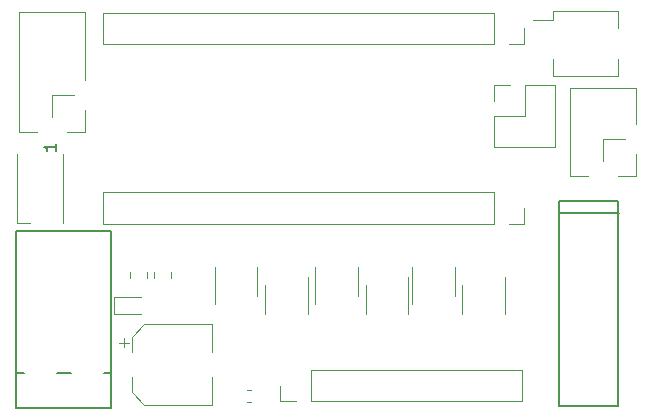
<source format=gbr>
G04 #@! TF.GenerationSoftware,KiCad,Pcbnew,5.1.2-f72e74a~84~ubuntu18.04.1*
G04 #@! TF.CreationDate,2019-09-23T02:40:17+02:00*
G04 #@! TF.ProjectId,board,626f6172-642e-46b6-9963-61645f706362,rev?*
G04 #@! TF.SameCoordinates,Original*
G04 #@! TF.FileFunction,Legend,Top*
G04 #@! TF.FilePolarity,Positive*
%FSLAX46Y46*%
G04 Gerber Fmt 4.6, Leading zero omitted, Abs format (unit mm)*
G04 Created by KiCad (PCBNEW 5.1.2-f72e74a~84~ubuntu18.04.1) date 2019-09-23 02:40:17*
%MOMM*%
%LPD*%
G04 APERTURE LIST*
%ADD10C,0.120000*%
%ADD11C,0.127000*%
%ADD12C,0.150000*%
G04 APERTURE END LIST*
D10*
X143148000Y-101836000D02*
X143148000Y-103166000D01*
X143148000Y-103166000D02*
X141818000Y-103166000D01*
X140548000Y-103166000D02*
X107468000Y-103166000D01*
X107468000Y-100506000D02*
X107468000Y-103166000D01*
X140548000Y-100506000D02*
X107468000Y-100506000D01*
X140548000Y-100506000D02*
X140548000Y-103166000D01*
X116710000Y-133710000D02*
X116710000Y-131360000D01*
X116710000Y-126890000D02*
X116710000Y-129240000D01*
X110954437Y-126890000D02*
X116710000Y-126890000D01*
X110954437Y-133710000D02*
X116710000Y-133710000D01*
X109890000Y-132645563D02*
X109890000Y-131360000D01*
X109890000Y-127954437D02*
X109890000Y-129240000D01*
X109890000Y-127954437D02*
X110954437Y-126890000D01*
X109890000Y-132645563D02*
X110954437Y-133710000D01*
X108862500Y-128452500D02*
X109650000Y-128452500D01*
X109256250Y-128058750D02*
X109256250Y-128846250D01*
X140548000Y-115706000D02*
X140548000Y-118366000D01*
X140548000Y-115706000D02*
X107468000Y-115706000D01*
X107468000Y-115706000D02*
X107468000Y-118366000D01*
X140548000Y-118366000D02*
X107468000Y-118366000D01*
X143148000Y-118366000D02*
X141818000Y-118366000D01*
X143148000Y-117036000D02*
X143148000Y-118366000D01*
X108415000Y-126035000D02*
X110700000Y-126035000D01*
X108415000Y-124565000D02*
X108415000Y-126035000D01*
X110700000Y-124565000D02*
X108415000Y-124565000D01*
D11*
X146053000Y-117502000D02*
X151133000Y-117502000D01*
X146093000Y-133782000D02*
X151093000Y-133782000D01*
X146093000Y-116462000D02*
X146093000Y-133782000D01*
X151093000Y-116462000D02*
X146093000Y-116462000D01*
X151093000Y-133782000D02*
X151093000Y-116462000D01*
D10*
X122470000Y-133430000D02*
X122470000Y-132100000D01*
X123800000Y-133430000D02*
X122470000Y-133430000D01*
X125070000Y-133430000D02*
X125070000Y-130770000D01*
X125070000Y-130770000D02*
X142910000Y-130770000D01*
X125070000Y-133430000D02*
X142910000Y-133430000D01*
X142910000Y-133430000D02*
X142910000Y-130770000D01*
X119971267Y-132490000D02*
X119628733Y-132490000D01*
X119971267Y-133510000D02*
X119628733Y-133510000D01*
D12*
X100140000Y-118992000D02*
X100140000Y-133992000D01*
X108140000Y-118992000D02*
X100140000Y-118992000D01*
X108140000Y-133992000D02*
X108140000Y-118992000D01*
X100140000Y-133992000D02*
X108140000Y-133992000D01*
X108140000Y-130992000D02*
X107540000Y-130992000D01*
X104740000Y-130992000D02*
X103540000Y-130992000D01*
X100140000Y-130992000D02*
X100740000Y-130992000D01*
D10*
X133645000Y-125150000D02*
X133645000Y-122020000D01*
X137245000Y-124480000D02*
X137245000Y-122020000D01*
X141500000Y-122900000D02*
X141500000Y-126030000D01*
X137900000Y-123570000D02*
X137900000Y-126030000D01*
X133300000Y-122900000D02*
X133300000Y-126030000D01*
X129700000Y-123570000D02*
X129700000Y-126030000D01*
X116950000Y-125150000D02*
X116950000Y-122020000D01*
X120550000Y-124480000D02*
X120550000Y-122020000D01*
X125450000Y-125150000D02*
X125450000Y-122020000D01*
X129050000Y-124480000D02*
X129050000Y-122020000D01*
X124800000Y-122900000D02*
X124800000Y-126030000D01*
X121200000Y-123570000D02*
X121200000Y-126030000D01*
X111790000Y-122491422D02*
X111790000Y-123008578D01*
X113210000Y-122491422D02*
X113210000Y-123008578D01*
X109790000Y-122491422D02*
X109790000Y-123008578D01*
X111210000Y-122491422D02*
X111210000Y-123008578D01*
X105924000Y-106172000D02*
X105924000Y-100487000D01*
X105924000Y-100487000D02*
X100324000Y-100487000D01*
X100324000Y-110587000D02*
X100324000Y-100487000D01*
X101854000Y-110587000D02*
X100324000Y-110587000D01*
X103124000Y-109312000D02*
X103124000Y-107442000D01*
X103124000Y-107442000D02*
X104994000Y-107442000D01*
X105924000Y-108712000D02*
X105924000Y-110587000D01*
X105924000Y-110587000D02*
X104394000Y-110587000D01*
X152600000Y-109965000D02*
X152600000Y-106850000D01*
X152600000Y-106850000D02*
X147000000Y-106850000D01*
X147000000Y-114350000D02*
X147000000Y-106850000D01*
X148530000Y-114350000D02*
X147000000Y-114350000D01*
X149800000Y-113105000D02*
X149800000Y-111235000D01*
X149800000Y-111235000D02*
X151670000Y-111235000D01*
X152600000Y-112505000D02*
X152600000Y-114350000D01*
X152600000Y-114350000D02*
X151070000Y-114350000D01*
X145540000Y-105865000D02*
X151060000Y-105865000D01*
X143854000Y-101150000D02*
X145540000Y-101150000D01*
X145540000Y-100334000D02*
X145540000Y-101150000D01*
X145540000Y-100334000D02*
X151060000Y-100334000D01*
X151060000Y-100334000D02*
X151060000Y-101769000D01*
X145540000Y-104430000D02*
X145540000Y-105865000D01*
X151060000Y-104430000D02*
X151060000Y-105865000D01*
X104100000Y-112450000D02*
X104100000Y-118350000D01*
X100200000Y-112450000D02*
X100200000Y-118350000D01*
X100200000Y-118350000D02*
X101275000Y-118350000D01*
X140570000Y-111870000D02*
X145770000Y-111870000D01*
X140570000Y-109270000D02*
X140570000Y-111870000D01*
X145770000Y-106670000D02*
X145770000Y-111870000D01*
X140570000Y-109270000D02*
X143170000Y-109270000D01*
X143170000Y-109270000D02*
X143170000Y-106670000D01*
X143170000Y-106670000D02*
X145770000Y-106670000D01*
X140570000Y-108000000D02*
X140570000Y-106670000D01*
X140570000Y-106670000D02*
X141900000Y-106670000D01*
D12*
X103477380Y-111614285D02*
X103477380Y-112185714D01*
X103477380Y-111900000D02*
X102477380Y-111900000D01*
X102620238Y-111995238D01*
X102715476Y-112090476D01*
X102763095Y-112185714D01*
M02*

</source>
